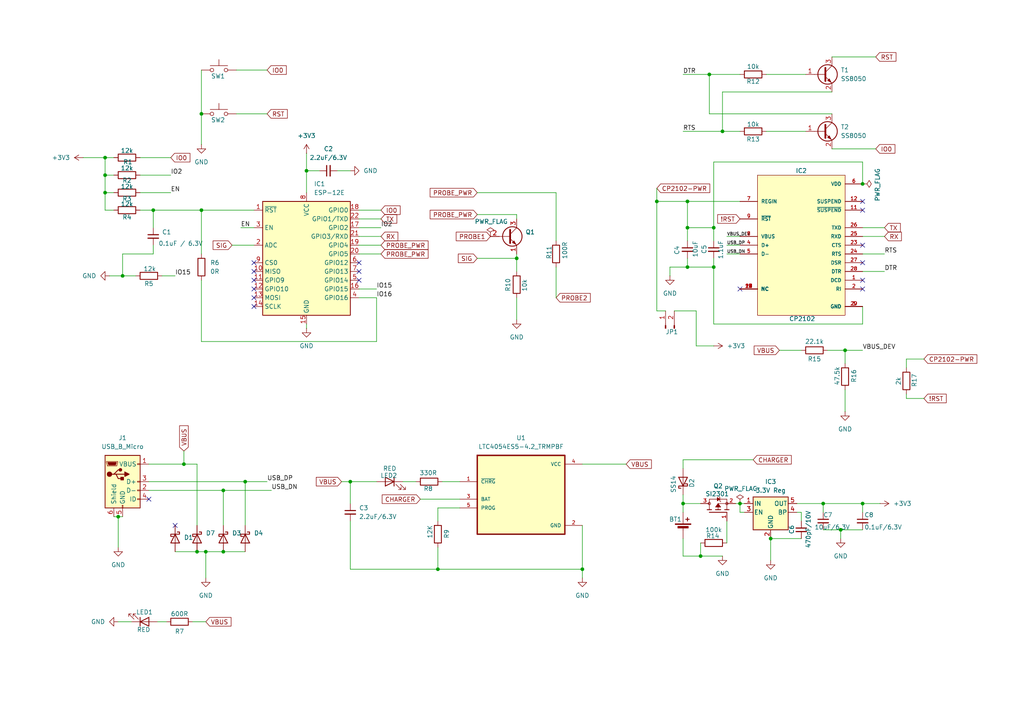
<source format=kicad_sch>
(kicad_sch (version 20250114) (generator "eeschema") (generator_version "9.0")
  (paper "A4")
  (lib_symbols
    (symbol "CP2102:CP2102" (pin_names (offset 1.016))
      (property "Reference" "U" (at -12.7 21.082 0))
      (property "Value" "CP2102" (at -12.7 -22.86 0))
      (symbol "CP2102_0_0"
        (pin input line (at -17.78 12.7 0) (length 5.08) (name "REGIN") (number "7"))
        (pin bidirectional line (at -17.78 7.62 0) (length 5.08) (name "~{RST}") (number "9"))
        (pin input line (at -17.78 2.54 0) (length 5.08) (name "VBUS") (number "8"))
        (pin bidirectional line (at -17.78 0 0) (length 5.08) (name "D+") (number "4"))
        (pin bidirectional line (at -17.78 -2.54 0) (length 5.08) (name "D-") (number "5"))
        (pin passive line (at -17.78 -12.7 0) (length 5.08) (name "NC") (number "10"))
        (pin passive line (at -17.78 -12.7 0) (length 5.08) (name "NC") (number "13"))
        (pin passive line (at -17.78 -12.7 0) (length 5.08) (name "NC") (number "14"))
        (pin passive line (at -17.78 -12.7 0) (length 5.08) (name "NC") (number "15"))
        (pin passive line (at -17.78 -12.7 0) (length 5.08) (name "NC") (number "16"))
        (pin passive line (at -17.78 -12.7 0) (length 5.08) (name "NC") (number "17"))
        (pin passive line (at -17.78 -12.7 0) (length 5.08) (name "NC") (number "18"))
        (pin passive line (at -17.78 -12.7 0) (length 5.08) (name "NC") (number "19"))
        (pin passive line (at -17.78 -12.7 0) (length 5.08) (name "NC") (number "20"))
        (pin passive line (at -17.78 -12.7 0) (length 5.08) (name "NC") (number "21"))
        (pin passive line (at -17.78 -12.7 0) (length 5.08) (name "NC") (number "22"))
        (pin power_in line (at 17.78 17.78 180) (length 5.08) (name "VDD") (number "6"))
        (pin output line (at 17.78 12.7 180) (length 5.08) (name "SUSPEND") (number "12"))
        (pin output line (at 17.78 10.16 180) (length 5.08) (name "~{SUSPEND}") (number "11"))
        (pin output line (at 17.78 5.08 180) (length 5.08) (name "TXD") (number "26"))
        (pin input line (at 17.78 2.54 180) (length 5.08) (name "RXD") (number "25"))
        (pin input line (at 17.78 0 180) (length 5.08) (name "CTS") (number "23"))
        (pin output line (at 17.78 -2.54 180) (length 5.08) (name "RTS") (number "24"))
        (pin input line (at 17.78 -5.08 180) (length 5.08) (name "DSR") (number "27"))
        (pin output line (at 17.78 -7.62 180) (length 5.08) (name "DTR") (number "28"))
        (pin input line (at 17.78 -10.16 180) (length 5.08) (name "DCD") (number "1"))
        (pin input line (at 17.78 -12.7 180) (length 5.08) (name "RI") (number "2"))
        (pin power_in line (at 17.78 -17.78 180) (length 5.08) (name "GND") (number "29"))
        (pin power_in line (at 17.78 -17.78 180) (length 5.08) (name "GND") (number "3"))
      )
    )
    (symbol "Connector:Conn_01x02_Pin" (pin_names (offset 1.016) (hide yes))
      (property "Reference" "J" (at 0 2.54 0))
      (property "Value" "Conn_01x02_Pin" (at 0 -5.08 0))
      (symbol "Conn_01x02_Pin_1_1"
        (pin passive line (at 5.08 0 180) (length 3.81) (name "Pin_1") (number "1"))
        (pin passive line (at 5.08 -2.54 180) (length 3.81) (name "Pin_2") (number "2"))
      )
    )
    (symbol "Connector:USB_B_Micro" (pin_names (offset 1.016))
      (property "Reference" "J" (at -5.08 11.43 0))
      (property "Value" "USB_B_Micro" (at -5.08 8.89 0))
      (symbol "USB_B_Micro_1_1"
        (pin passive line (at -2.54 -10.16 90) (length 2.54) (name "Shield") (number "6"))
        (pin power_out line (at 0 -10.16 90) (length 2.54) (name "GND") (number "5"))
        (pin power_out line (at 7.62 5.08 180) (length 2.54) (name "VBUS") (number "1"))
        (pin bidirectional line (at 7.62 0 180) (length 2.54) (name "D+") (number "3"))
        (pin bidirectional line (at 7.62 -2.54 180) (length 2.54) (name "D-") (number "2"))
        (pin passive line (at 7.62 -5.08 180) (length 2.54) (name "ID") (number "4"))
      )
    )
    (symbol "Device:Battery_Cell" (pin_numbers (hide yes)) (pin_names (offset 0) (hide yes))
      (property "Reference" "BT" (at 2.54 2.54 0))
      (property "Value" "Battery_Cell" (at 2.54 0 0))
      (symbol "Battery_Cell_1_1"
        (pin passive line (at 0 5.08 270) (length 2.54) (name "+") (number "1"))
        (pin passive line (at 0 -2.54 90) (length 2.54) (name "-") (number "2"))
      )
    )
    (symbol "Device:C_Small" (pin_numbers (hide yes)) (pin_names (offset 0.254) (hide yes))
      (property "Reference" "C" (at 0.254 1.778 0))
      (property "Value" "C_Small" (at 0.254 -2.032 0))
      (symbol "C_Small_1_1"
        (pin passive line (at 0 2.54 270) (length 2.032) (name "~") (number "1"))
        (pin passive line (at 0 -2.54 90) (length 2.032) (name "~") (number "2"))
      )
    )
    (symbol "Device:LED" (pin_numbers (hide yes)) (pin_names (offset 1.016) (hide yes))
      (property "Reference" "D" (at 0 2.54 0))
      (property "Value" "LED" (at 0 -2.54 0))
      (symbol "LED_1_1"
        (pin passive line (at -3.81 0 0) (length 2.54) (name "K") (number "1"))
        (pin passive line (at 3.81 0 180) (length 2.54) (name "A") (number "2"))
      )
    )
    (symbol "Device:R" (pin_numbers (hide yes)) (pin_names (offset 0))
      (property "Reference" "R" (at 2.032 0 90))
      (property "Value" "R" (at 0 0 90))
      (symbol "R_1_1"
        (pin passive line (at 0 3.81 270) (length 1.27) (name "~") (number "1"))
        (pin passive line (at 0 -3.81 90) (length 1.27) (name "~") (number "2"))
      )
    )
    (symbol "Diode:SB120" (pin_numbers (hide yes)) (pin_names (offset 1.016) (hide yes))
      (property "Reference" "D" (at 0 2.54 0))
      (property "Value" "SB120" (at 0 -2.54 0))
      (symbol "SB120_1_1"
        (pin passive line (at -3.81 0 0) (length 2.54) (name "K") (number "1"))
        (pin passive line (at 3.81 0 180) (length 2.54) (name "A") (number "2"))
      )
    )
    (symbol "Diode:SS14" (pin_numbers (hide yes)) (pin_names (offset 1.016) (hide yes))
      (property "Reference" "D" (at 0 2.54 0))
      (property "Value" "SS14" (at 0 -2.54 0))
      (symbol "SS14_1_1"
        (pin passive line (at -3.81 0 0) (length 2.54) (name "K") (number "1"))
        (pin passive line (at 3.81 0 180) (length 2.54) (name "A") (number "2"))
      )
    )
    (symbol "LTC4054ES5-4.2_TRMPBF:LTC4054ES5-4.2_TRMPBF" (pin_names (offset 1.016))
      (property "Reference" "U" (at -12.7 11.16 0))
      (property "Value" "LTC4054ES5-4.2_TRMPBF" (at -12.7 -16.7 0))
      (symbol "LTC4054ES5-4.2_TRMPBF_0_0"
        (pin input line (at -17.78 2.54 0) (length 5.08) (name "~{CHRG}") (number "1"))
        (pin bidirectional line (at -17.78 -2.54 0) (length 5.08) (name "BAT") (number "3"))
        (pin bidirectional line (at -17.78 -5.08 0) (length 5.08) (name "PROG") (number "5"))
        (pin power_in line (at 17.78 7.62 180) (length 5.08) (name "VCC") (number "4"))
        (pin power_in line (at 17.78 -10.16 180) (length 5.08) (name "GND") (number "2"))
      )
    )
    (symbol "RF_Module:ESP-12E"
      (property "Reference" "U" (at -12.7 19.05 0))
      (property "Value" "ESP-12E" (at 12.7 19.05 0))
      (symbol "ESP-12E_1_1"
        (pin input line (at -15.24 15.24 0) (length 2.54) (name "~{RST}") (number "1"))
        (pin input line (at -15.24 10.16 0) (length 2.54) (name "EN") (number "3"))
        (pin input line (at -15.24 5.08 0) (length 2.54) (name "ADC") (number "2"))
        (pin input line (at -15.24 0 0) (length 2.54) (name "CS0") (number "9"))
        (pin bidirectional line (at -15.24 -2.54 0) (length 2.54) (name "MISO") (number "10"))
        (pin bidirectional line (at -15.24 -5.08 0) (length 2.54) (name "GPIO9") (number "11"))
        (pin bidirectional line (at -15.24 -7.62 0) (length 2.54) (name "GPIO10") (number "12"))
        (pin bidirectional line (at -15.24 -10.16 0) (length 2.54) (name "MOSI") (number "13"))
        (pin bidirectional line (at -15.24 -12.7 0) (length 2.54) (name "SCLK") (number "14"))
        (pin power_in line (at 0 20.32 270) (length 2.54) (name "VCC") (number "8"))
        (pin power_in line (at 0 -17.78 90) (length 2.54) (name "GND") (number "15"))
        (pin bidirectional line (at 15.24 15.24 180) (length 2.54) (name "GPIO0") (number "18"))
        (pin bidirectional line (at 15.24 12.7 180) (length 2.54) (name "GPIO1/TXD") (number "22"))
        (pin bidirectional line (at 15.24 10.16 180) (length 2.54) (name "GPIO2") (number "17"))
        (pin bidirectional line (at 15.24 7.62 180) (length 2.54) (name "GPIO3/RXD") (number "21"))
        (pin bidirectional line (at 15.24 5.08 180) (length 2.54) (name "GPIO4") (number "19"))
        (pin bidirectional line (at 15.24 2.54 180) (length 2.54) (name "GPIO5") (number "20"))
        (pin bidirectional line (at 15.24 0 180) (length 2.54) (name "GPIO12") (number "6"))
        (pin bidirectional line (at 15.24 -2.54 180) (length 2.54) (name "GPIO13") (number "7"))
        (pin bidirectional line (at 15.24 -5.08 180) (length 2.54) (name "GPIO14") (number "5"))
        (pin bidirectional line (at 15.24 -7.62 180) (length 2.54) (name "GPIO15") (number "16"))
        (pin bidirectional line (at 15.24 -10.16 180) (length 2.54) (name "GPIO16") (number "4"))
      )
    )
    (symbol "Regulator_Linear:MIC5219-3.3YM5" (pin_names (offset 0.254))
      (property "Reference" "U" (at -3.81 5.715 0))
      (property "Value" "MIC5219-3.3YM5" (at 0 5.715 0))
      (symbol "MIC5219-3.3YM5_1_1"
        (pin power_in line (at -7.62 2.54 0) (length 2.54) (name "IN") (number "1"))
        (pin input line (at -7.62 0 0) (length 2.54) (name "EN") (number "3"))
        (pin power_in line (at 0 -7.62 90) (length 2.54) (name "GND") (number "2"))
        (pin power_out line (at 7.62 2.54 180) (length 2.54) (name "OUT") (number "5"))
        (pin input line (at 7.62 0 180) (length 2.54) (name "BP") (number "4"))
      )
    )
    (symbol "SI2301:SI2301" (pin_names (offset 1.016))
      (property "Reference" "T" (at -11.43 -1.27 0))
      (property "Value" "SI2301" (at -11.43 -3.81 0))
      (symbol "SI2301_0_0"
        (pin passive line (at -2.54 2.54 0) (length 2.54) (name "~") (number "1"))
        (pin passive line (at 2.54 5.08 270) (length 2.54) (name "~") (number "2"))
        (pin passive line (at 2.54 -5.08 90) (length 2.54) (name "~") (number "3"))
      )
    )
    (symbol "Switch:SW_Push" (pin_numbers (hide yes)) (pin_names (offset 1.016) (hide yes))
      (property "Reference" "SW" (at 1.27 2.54 0))
      (property "Value" "SW_Push" (at 0 -1.524 0))
      (symbol "SW_Push_0_1"
        (pin passive line (at -5.08 0 0) (length 2.54) (name "1") (number "1"))
        (pin passive line (at 5.08 0 180) (length 2.54) (name "2") (number "2"))
      )
    )
    (symbol "Transistor_BJT:2N3904" (pin_names (offset 0) (hide yes))
      (property "Reference" "Q" (at 5.08 1.905 0))
      (property "Value" "2N3904" (at 5.08 0 0))
      (symbol "2N3904_1_1"
        (pin input line (at -5.08 0 0) (length 2.54) (name "B") (number "2"))
        (pin passive line (at 2.54 5.08 270) (length 2.54) (name "C") (number "3"))
        (pin passive line (at 2.54 -5.08 90) (length 2.54) (name "E") (number "1"))
      )
    )
    (symbol "Transistor_BJT:SS8050" (pin_names (offset 0) (hide yes))
      (property "Reference" "Q" (at 5.08 1.905 0))
      (property "Value" "SS8050" (at 5.08 0 0))
      (symbol "SS8050_1_1"
        (pin input line (at -5.08 0 0) (length 2.54) (name "B") (number "1"))
        (pin passive line (at 2.54 5.08 270) (length 2.54) (name "C") (number "3"))
        (pin passive line (at 2.54 -5.08 90) (length 2.54) (name "E") (number "2"))
      )
    )
    (symbol "power:+3V3" (power) (pin_numbers (hide yes)) (pin_names (offset 0) (hide yes))
      (property "Value" "+3V3" (at 0 3.556 0))
      (symbol "+3V3_1_1"
        (pin power_in line (at 0 0 90) (length 0) (name "~") (number "1"))
      )
    )
    (symbol "power:GND" (power) (pin_numbers (hide yes)) (pin_names (offset 0) (hide yes))
      (property "Value" "GND" (at 0 -3.81 0))
      (symbol "GND_1_1"
        (pin power_in line (at 0 0 270) (length 0) (name "~") (number "1"))
      )
    )
    (symbol "power:PWR_FLAG" (power) (pin_numbers (hide yes)) (pin_names (offset 0) (hide yes))
      (property "Value" "PWR_FLAG" (at 0 3.81 0))
      (symbol "PWR_FLAG_0_0"
        (pin power_out line (at 0 0 90) (length 0) (name "~") (number "1"))
      )
    )
  )
  (junction (at 250.19 53.34))
  (junction (at 57.15 160.02))
  (junction (at 34.29 149.86))
  (junction (at 58.42 33.02))
  (junction (at 35.56 80.01))
  (junction (at 223.52 156.21))
  (junction (at 207.01 77.47))
  (junction (at 199.39 77.47))
  (junction (at 205.74 21.59))
  (junction (at 30.48 45.72))
  (junction (at 44.45 60.96))
  (junction (at 71.12 139.7))
  (junction (at 198.12 146.05))
  (junction (at 238.76 146.05))
  (junction (at 190.5 58.42))
  (junction (at 88.9 49.53))
  (junction (at 209.55 38.1))
  (junction (at 199.39 58.42))
  (junction (at 168.91 165.1))
  (junction (at 30.48 50.8))
  (junction (at 64.77 160.02))
  (junction (at 250.19 146.05))
  (junction (at 149.86 74.93))
  (junction (at 101.6 139.7))
  (junction (at 59.69 160.02))
  (junction (at 64.77 142.24))
  (junction (at 53.34 134.62))
  (junction (at 214.63 146.05))
  (junction (at 30.48 55.88))
  (junction (at 245.11 101.6))
  (junction (at 207.01 66.04))
  (junction (at 203.2 161.29))
  (junction (at 243.84 153.67))
  (junction (at 199.39 66.04))
  (junction (at 127 165.1))
  (junction (at 58.42 60.96))
  (no_connect (at 250.19 58.42))
  (no_connect (at 73.66 88.9))
  (no_connect (at 104.14 76.2))
  (no_connect (at 250.19 81.28))
  (no_connect (at 73.66 86.36))
  (no_connect (at 50.8 152.4))
  (no_connect (at 104.14 81.28))
  (no_connect (at 73.66 76.2))
  (no_connect (at 73.66 78.74))
  (no_connect (at 250.19 76.2))
  (no_connect (at 43.18 144.78))
  (no_connect (at 214.63 83.82))
  (no_connect (at 250.19 71.12))
  (no_connect (at 73.66 81.28))
  (no_connect (at 73.66 83.82))
  (no_connect (at 250.19 60.96))
  (no_connect (at 250.19 83.82))
  (no_connect (at 104.14 78.74))
  (wire (pts (xy 33.02 149.86) (xy 34.29 149.86)))
  (wire (pts (xy 262.89 106.68) (xy 262.89 104.14)))
  (wire (pts (xy 88.9 93.98) (xy 88.9 95.25)))
  (wire (pts (xy 35.56 73.66) (xy 35.56 80.01)))
  (wire (pts (xy 250.19 78.74) (xy 256.54 78.74)))
  (wire (pts (xy 214.63 146.05) (xy 215.9 146.05)))
  (wire (pts (xy 40.64 50.8) (xy 49.53 50.8)))
  (wire (pts (xy 110.49 60.96) (xy 104.14 60.96)))
  (wire (pts (xy 210.82 73.66) (xy 214.63 73.66)))
  (wire (pts (xy 133.35 147.32) (xy 127 147.32)))
  (wire (pts (xy 104.14 63.5) (xy 110.49 63.5)))
  (wire (pts (xy 104.14 68.58) (xy 110.49 68.58)))
  (wire (pts (xy 71.12 139.7) (xy 77.47 139.7)))
  (wire (pts (xy 203.2 161.29) (xy 209.55 161.29)))
  (wire (pts (xy 199.39 77.47) (xy 207.01 77.47)))
  (wire (pts (xy 207.01 66.04) (xy 207.01 69.85)))
  (wire (pts (xy 209.55 38.1) (xy 209.55 26.67)))
  (wire (pts (xy 109.22 86.36) (xy 109.22 99.06)))
  (wire (pts (xy 35.56 80.01) (xy 39.37 80.01)))
  (wire (pts (xy 58.42 33.02) (xy 58.42 41.91)))
  (wire (pts (xy 30.48 50.8) (xy 33.02 50.8)))
  (wire (pts (xy 231.14 148.59) (xy 232.41 148.59)))
  (wire (pts (xy 222.25 21.59) (xy 233.68 21.59)))
  (wire (pts (xy 138.43 55.88) (xy 161.29 55.88)))
  (wire (pts (xy 241.3 43.18) (xy 254 43.18)))
  (wire (pts (xy 101.6 165.1) (xy 127 165.1)))
  (wire (pts (xy 199.39 74.93) (xy 199.39 77.47)))
  (wire (pts (xy 198.12 38.1) (xy 209.55 38.1)))
  (wire (pts (xy 109.22 99.06) (xy 58.42 99.06)))
  (wire (pts (xy 245.11 101.6) (xy 245.11 105.41)))
  (wire (pts (xy 45.72 180.34) (xy 48.26 180.34)))
  (wire (pts (xy 203.2 161.29) (xy 198.12 161.29)))
  (wire (pts (xy 245.11 113.03) (xy 245.11 119.38)))
  (wire (pts (xy 207.01 93.98) (xy 207.01 77.47)))
  (wire (pts (xy 201.93 100.33) (xy 207.01 100.33)))
  (wire (pts (xy 104.14 71.12) (xy 110.49 71.12)))
  (wire (pts (xy 231.14 146.05) (xy 238.76 146.05)))
  (wire (pts (xy 55.88 180.34) (xy 59.69 180.34)))
  (wire (pts (xy 199.39 58.42) (xy 214.63 58.42)))
  (wire (pts (xy 58.42 60.96) (xy 58.42 73.66)))
  (wire (pts (xy 210.82 68.58) (xy 214.63 68.58)))
  (wire (pts (xy 104.14 86.36) (xy 109.22 86.36)))
  (wire (pts (xy 262.89 104.14) (xy 267.97 104.14)))
  (wire (pts (xy 88.9 49.53) (xy 88.9 55.88)))
  (wire (pts (xy 57.15 134.62) (xy 57.15 152.4)))
  (wire (pts (xy 199.39 66.04) (xy 199.39 69.85)))
  (wire (pts (xy 57.15 160.02) (xy 59.69 160.02)))
  (wire (pts (xy 210.82 151.13) (xy 210.82 157.48)))
  (wire (pts (xy 223.52 156.21) (xy 223.52 162.56)))
  (wire (pts (xy 59.69 160.02) (xy 59.69 167.64)))
  (wire (pts (xy 267.97 115.57) (xy 262.89 115.57)))
  (wire (pts (xy 194.31 77.47) (xy 194.31 80.01)))
  (wire (pts (xy 40.64 55.88) (xy 49.53 55.88)))
  (wire (pts (xy 121.92 144.78) (xy 133.35 144.78)))
  (wire (pts (xy 250.19 146.05) (xy 255.27 146.05)))
  (wire (pts (xy 104.14 73.66) (xy 110.49 73.66)))
  (wire (pts (xy 250.19 53.34) (xy 250.19 46.99)))
  (wire (pts (xy 127 165.1) (xy 127 158.75)))
  (wire (pts (xy 149.86 74.93) (xy 149.86 73.66)))
  (wire (pts (xy 33.02 60.96) (xy 30.48 60.96)))
  (wire (pts (xy 201.93 90.17) (xy 201.93 100.33)))
  (wire (pts (xy 226.06 101.6) (xy 232.41 101.6)))
  (wire (pts (xy 43.18 142.24) (xy 64.77 142.24)))
  (wire (pts (xy 245.11 101.6) (xy 250.19 101.6)))
  (wire (pts (xy 168.91 165.1) (xy 168.91 167.64)))
  (wire (pts (xy 161.29 77.47) (xy 161.29 86.36)))
  (wire (pts (xy 149.86 86.36) (xy 149.86 92.71)))
  (wire (pts (xy 101.6 151.13) (xy 101.6 165.1)))
  (wire (pts (xy 30.48 45.72) (xy 30.48 50.8)))
  (wire (pts (xy 30.48 55.88) (xy 33.02 55.88)))
  (wire (pts (xy 50.8 160.02) (xy 57.15 160.02)))
  (wire (pts (xy 198.12 146.05) (xy 198.12 148.59)))
  (wire (pts (xy 203.2 157.48) (xy 203.2 161.29)))
  (wire (pts (xy 250.19 66.04) (xy 256.54 66.04)))
  (wire (pts (xy 190.5 54.61) (xy 190.5 58.42)))
  (wire (pts (xy 243.84 153.67) (xy 250.19 153.67)))
  (wire (pts (xy 24.13 45.72) (xy 30.48 45.72)))
  (wire (pts (xy 198.12 143.51) (xy 198.12 146.05)))
  (wire (pts (xy 222.25 38.1) (xy 233.68 38.1)))
  (wire (pts (xy 44.45 60.96) (xy 44.45 66.04)))
  (wire (pts (xy 168.91 152.4) (xy 168.91 165.1)))
  (wire (pts (xy 67.31 71.12) (xy 73.66 71.12)))
  (wire (pts (xy 104.14 83.82) (xy 109.22 83.82)))
  (wire (pts (xy 209.55 38.1) (xy 214.63 38.1)))
  (wire (pts (xy 241.3 16.51) (xy 254 16.51)))
  (wire (pts (xy 127 147.32) (xy 127 151.13)))
  (wire (pts (xy 88.9 49.53) (xy 92.71 49.53)))
  (wire (pts (xy 214.63 148.59) (xy 214.63 146.05)))
  (wire (pts (xy 30.48 45.72) (xy 33.02 45.72)))
  (wire (pts (xy 43.18 139.7) (xy 71.12 139.7)))
  (wire (pts (xy 199.39 58.42) (xy 190.5 58.42)))
  (wire (pts (xy 250.19 46.99) (xy 207.01 46.99)))
  (wire (pts (xy 88.9 44.45) (xy 88.9 49.53)))
  (wire (pts (xy 128.27 139.7) (xy 133.35 139.7)))
  (wire (pts (xy 64.77 142.24) (xy 78.74 142.24)))
  (wire (pts (xy 53.34 130.81) (xy 53.34 134.62)))
  (wire (pts (xy 58.42 20.32) (xy 58.42 33.02)))
  (wire (pts (xy 243.84 153.67) (xy 243.84 156.21)))
  (wire (pts (xy 68.58 20.32) (xy 77.47 20.32)))
  (wire (pts (xy 215.9 148.59) (xy 214.63 148.59)))
  (wire (pts (xy 58.42 60.96) (xy 44.45 60.96)))
  (wire (pts (xy 207.01 46.99) (xy 207.01 66.04)))
  (wire (pts (xy 116.84 139.7) (xy 120.65 139.7)))
  (wire (pts (xy 161.29 55.88) (xy 161.29 69.85)))
  (wire (pts (xy 64.77 160.02) (xy 71.12 160.02)))
  (wire (pts (xy 69.85 66.04) (xy 73.66 66.04)))
  (wire (pts (xy 205.74 33.02) (xy 241.3 33.02)))
  (wire (pts (xy 64.77 142.24) (xy 64.77 152.4)))
  (wire (pts (xy 34.29 149.86) (xy 34.29 158.75)))
  (wire (pts (xy 238.76 146.05) (xy 250.19 146.05)))
  (wire (pts (xy 232.41 148.59) (xy 232.41 151.13)))
  (wire (pts (xy 99.06 139.7) (xy 101.6 139.7)))
  (wire (pts (xy 198.12 133.35) (xy 198.12 135.89)))
  (wire (pts (xy 250.19 68.58) (xy 256.54 68.58)))
  (wire (pts (xy 250.19 93.98) (xy 207.01 93.98)))
  (wire (pts (xy 34.29 180.34) (xy 38.1 180.34)))
  (wire (pts (xy 58.42 81.28) (xy 58.42 99.06)))
  (wire (pts (xy 138.43 74.93) (xy 149.86 74.93)))
  (wire (pts (xy 127 165.1) (xy 168.91 165.1)))
  (wire (pts (xy 58.42 60.96) (xy 73.66 60.96)))
  (wire (pts (xy 198.12 161.29) (xy 198.12 156.21)))
  (wire (pts (xy 250.19 88.9) (xy 250.19 93.98)))
  (wire (pts (xy 205.74 21.59) (xy 205.74 33.02)))
  (wire (pts (xy 250.19 73.66) (xy 256.54 73.66)))
  (wire (pts (xy 53.34 134.62) (xy 57.15 134.62)))
  (wire (pts (xy 44.45 73.66) (xy 35.56 73.66)))
  (wire (pts (xy 101.6 139.7) (xy 101.6 146.05)))
  (wire (pts (xy 138.43 62.23) (xy 149.86 62.23)))
  (wire (pts (xy 238.76 153.67) (xy 243.84 153.67)))
  (wire (pts (xy 30.48 55.88) (xy 30.48 60.96)))
  (wire (pts (xy 210.82 71.12) (xy 214.63 71.12)))
  (wire (pts (xy 44.45 71.12) (xy 44.45 73.66)))
  (wire (pts (xy 199.39 66.04) (xy 207.01 66.04)))
  (wire (pts (xy 213.36 146.05) (xy 214.63 146.05)))
  (wire (pts (xy 59.69 160.02) (xy 64.77 160.02)))
  (wire (pts (xy 30.48 50.8) (xy 30.48 55.88)))
  (wire (pts (xy 250.19 146.05) (xy 250.19 148.59)))
  (wire (pts (xy 199.39 77.47) (xy 194.31 77.47)))
  (wire (pts (xy 40.64 45.72) (xy 49.53 45.72)))
  (wire (pts (xy 149.86 62.23) (xy 149.86 63.5)))
  (wire (pts (xy 44.45 60.96) (xy 40.64 60.96)))
  (wire (pts (xy 209.55 26.67) (xy 241.3 26.67)))
  (wire (pts (xy 68.58 33.02) (xy 77.47 33.02)))
  (wire (pts (xy 190.5 90.17) (xy 193.04 90.17)))
  (wire (pts (xy 34.29 149.86) (xy 35.56 149.86)))
  (wire (pts (xy 199.39 58.42) (xy 199.39 66.04)))
  (wire (pts (xy 205.74 21.59) (xy 214.63 21.59)))
  (wire (pts (xy 43.18 134.62) (xy 53.34 134.62)))
  (wire (pts (xy 110.49 66.04) (xy 104.14 66.04)))
  (wire (pts (xy 190.5 58.42) (xy 190.5 90.17)))
  (wire (pts (xy 240.03 101.6) (xy 245.11 101.6)))
  (wire (pts (xy 71.12 139.7) (xy 71.12 152.4)))
  (wire (pts (xy 223.52 156.21) (xy 232.41 156.21)))
  (wire (pts (xy 101.6 139.7) (xy 109.22 139.7)))
  (wire (pts (xy 218.44 133.35) (xy 198.12 133.35)))
  (wire (pts (xy 149.86 74.93) (xy 149.86 78.74)))
  (wire (pts (xy 262.89 115.57) (xy 262.89 114.3)))
  (wire (pts (xy 207.01 77.47) (xy 207.01 74.93)))
  (wire (pts (xy 97.79 49.53) (xy 101.6 49.53)))
  (wire (pts (xy 238.76 146.05) (xy 238.76 148.59)))
  (wire (pts (xy 198.12 146.05) (xy 203.2 146.05)))
  (wire (pts (xy 46.99 80.01) (xy 50.8 80.01)))
  (wire (pts (xy 198.12 21.59) (xy 205.74 21.59)))
  (wire (pts (xy 168.91 134.62) (xy 181.61 134.62)))
  (wire (pts (xy 195.58 90.17) (xy 201.93 90.17)))
  (wire (pts (xy 31.75 80.01) (xy 35.56 80.01)))
  (label "VBUS_DEV" (at 210.82 68.58 0) (effects (font (size 0.889 0.889))))
  (label "EN" (at 69.85 66.04 0))
  (label "IO15" (at 109.22 83.82 0))
  (label "DTR" (at 256.54 78.74 0))
  (label "USB_DP" (at 77.47 139.7 0))
  (label "USB_DN" (at 78.74 142.24 0))
  (label "EN" (at 49.53 55.88 0))
  (label "IO2" (at 110.49 66.04 0))
  (label "IO16" (at 109.22 86.36 0))
  (label "RTS" (at 198.12 38.1 0))
  (label "USB_DP" (at 210.82 71.12 0) (effects (font (size 0.889 0.889))))
  (label "VBUS_DEV" (at 250.19 101.6 0))
  (label "IO15" (at 50.8 80.01 0))
  (label "RTS" (at 256.54 73.66 0))
  (label "IO2" (at 49.53 50.8 0))
  (label "DTR" (at 198.12 21.59 0))
  (label "USB_DN" (at 210.82 73.66 0) (effects (font (size 0.889 0.889))))
  (global_label "VBUS" (shape input) (at 59.69 180.34 0) (property "Intersheetrefs" "${INTERSHEET_REFS}" (effects (hide yes))))
  (global_label "TX" (shape input) (at 110.49 63.5 0) (property "Intersheetrefs" "${INTERSHEET_REFS}" (effects (hide yes))))
  (global_label "CHARGER" (shape input) (at 218.44 133.35 0) (property "Intersheetrefs" "${INTERSHEET_REFS}" (effects (hide yes))))
  (global_label "PROBE2" (shape input) (at 161.29 86.36 0) (property "Intersheetrefs" "${INTERSHEET_REFS}" (effects (hide yes))))
  (global_label "VBUS" (shape input) (at 226.06 101.6 180) (property "Intersheetrefs" "${INTERSHEET_REFS}" (effects (hide yes))))
  (global_label "!RST" (shape input) (at 267.97 115.57 0) (property "Intersheetrefs" "${INTERSHEET_REFS}" (effects (hide yes))))
  (global_label "RST" (shape input) (at 77.47 33.02 0) (property "Intersheetrefs" "${INTERSHEET_REFS}" (effects (hide yes))))
  (global_label "IO0" (shape input) (at 254 43.18 0) (property "Intersheetrefs" "${INTERSHEET_REFS}" (effects (hide yes))))
  (global_label "!RST" (shape input) (at 214.63 63.5 180) (property "Intersheetrefs" "${INTERSHEET_REFS}" (effects (hide yes))))
  (global_label "VBUS" (shape input) (at 99.06 139.7 180) (property "Intersheetrefs" "${INTERSHEET_REFS}" (effects (hide yes))))
  (global_label "PROBE_PWR" (shape input) (at 138.43 55.88 180) (property "Intersheetrefs" "${INTERSHEET_REFS}" (effects (hide yes))))
  (global_label "SIG" (shape input) (at 138.43 74.93 180) (property "Intersheetrefs" "${INTERSHEET_REFS}" (effects (hide yes))))
  (global_label "IO0" (shape input) (at 110.49 60.96 0) (property "Intersheetrefs" "${INTERSHEET_REFS}" (effects (hide yes))))
  (global_label "CP2102-PWR" (shape input) (at 190.5 54.61 0) (property "Intersheetrefs" "${INTERSHEET_REFS}" (effects (hide yes))))
  (global_label "RX" (shape input) (at 256.54 68.58 0) (property "Intersheetrefs" "${INTERSHEET_REFS}" (effects (hide yes))))
  (global_label "IO0" (shape input) (at 77.47 20.32 0) (property "Intersheetrefs" "${INTERSHEET_REFS}" (effects (hide yes))))
  (global_label "VBUS" (shape input) (at 181.61 134.62 0) (property "Intersheetrefs" "${INTERSHEET_REFS}" (effects (hide yes))))
  (global_label "VBUS" (shape input) (at 53.34 130.81 90) (property "Intersheetrefs" "${INTERSHEET_REFS}" (effects (hide yes))))
  (global_label "PROBE1" (shape input) (at 142.24 68.58 180) (property "Intersheetrefs" "${INTERSHEET_REFS}" (effects (hide yes))))
  (global_label "RX" (shape input) (at 110.49 68.58 0) (property "Intersheetrefs" "${INTERSHEET_REFS}" (effects (hide yes))))
  (global_label "IO0" (shape input) (at 49.53 45.72 0) (property "Intersheetrefs" "${INTERSHEET_REFS}" (effects (hide yes))))
  (global_label "CP2102-PWR" (shape input) (at 267.97 104.14 0) (property "Intersheetrefs" "${INTERSHEET_REFS}" (effects (hide yes))))
  (global_label "SIG" (shape input) (at 67.31 71.12 180) (property "Intersheetrefs" "${INTERSHEET_REFS}" (effects (hide yes))))
  (global_label "PROBE_PWR" (shape input) (at 110.49 71.12 0) (property "Intersheetrefs" "${INTERSHEET_REFS}" (effects (hide yes))))
  (global_label "PROBE_PWR" (shape input) (at 138.43 62.23 180) (property "Intersheetrefs" "${INTERSHEET_REFS}" (effects (hide yes))))
  (global_label "PROBE_PWR" (shape input) (at 110.49 73.66 0) (property "Intersheetrefs" "${INTERSHEET_REFS}" (effects (hide yes))))
  (global_label "CHARGER" (shape input) (at 121.92 144.78 180) (property "Intersheetrefs" "${INTERSHEET_REFS}" (effects (hide yes))))
  (global_label "RST" (shape input) (at 254 16.51 0) (property "Intersheetrefs" "${INTERSHEET_REFS}" (effects (hide yes))))
  (global_label "TX" (shape input) (at 256.54 66.04 0) (property "Intersheetrefs" "${INTERSHEET_REFS}" (effects (hide yes))))
  (symbol (lib_id "Diode:SB120") (at 64.77 156.21 270) (unit 1)
    (property "Reference" "D3" (at 67.31 154.6224 90) (effects (justify left)))
    (property "Value" "SB120" (effects (hide yes)))
    (property "Footprint" "Diode_SMD:D_SOD-123F" (effects (hide yes)))
    (property "Datasheet" "http://www.diodes.com/_files/datasheets/ds23022.pdf" (effects (hide yes)))
    (property "Description" "20V 1A Schottky Barrier Rectifier Diode, DO-41" (effects (hide yes)))
  )
  (symbol (lib_id "Device:R") (at 218.44 21.59 270) (unit 1)
    (property "Reference" "R12" (at 218.44 23.622 90))
    (property "Value" "10k" (at 218.44 19.304 90))
    (property "Footprint" "Resistor_SMD:R_0805_2012Metric_Pad1.20x1.40mm_HandSolder" (effects (hide yes)))
    (property "Description" "Resistor" (effects (hide yes)))
  )
  (symbol (lib_id "Device:Battery_Cell") (at 198.12 153.67 0) (unit 1)
    (property "Reference" "BT1" (at 194.056 150.622 0) (effects (justify left)))
    (property "Value" "Battery_Cell" (effects (hide yes)))
    (property "Footprint" "Battery:BatteryHolder_Keystone_2460_1xAA" (effects (hide yes)))
    (property "Description" "Single-cell battery" (effects (hide yes)))
  )
  (symbol (lib_id "Switch:SW_Push") (at 63.5 20.32 0) (unit 1)
    (property "Reference" "SW1" (at 63.246 22.098 0))
    (property "Value" "SW_Push" (effects (hide yes)))
    (property "Footprint" "Button_Switch_SMD:SW_Push_1TS009xxxx-xxxx-xxxx_6x6x5mm" (effects (hide yes)))
    (property "Description" "Push button switch, generic, two pins" (effects (hide yes)))
  )
  (symbol (lib_id "power:GND") (at 243.84 156.21 0) (unit 1)
    (property "Reference" "#PWR017" (effects (hide yes)))
    (property "Value" "GND" (at 243.84 161.29 0))
    (property "Description" "Power symbol creates a global label with name \"GND\" , ground" (effects (hide yes)))
  )
  (symbol (lib_id "Device:C_Small") (at 207.01 72.39 0) (unit 1)
    (property "Reference" "C5" (at 204.216 73.66 90) (effects (justify left)))
    (property "Value" "1.1uF" (at 209.042 75.184 90) (effects (justify left)))
    (property "Footprint" "Capacitor_Tantalum_SMD:CP_EIA-1608-08_AVX-J" (effects (hide yes)))
    (property "Description" "Unpolarized capacitor, small symbol" (effects (hide yes)))
  )
  (symbol (lib_id "Device:C_Small") (at 101.6 148.59 0) (unit 1)
    (property "Reference" "C3" (at 104.14 147.3262 0) (effects (justify left)))
    (property "Value" "2.2uF/6.3V" (at 104.14 149.8662 0) (effects (justify left)))
    (property "Footprint" "Capacitor_Tantalum_SMD:CP_EIA-1608-08_AVX-J" (effects (hide yes)))
    (property "Description" "Unpolarized capacitor, small symbol" (effects (hide yes)))
  )
  (symbol (lib_id "power:GND") (at 149.86 92.71 0) (unit 1)
    (property "Reference" "#PWR07" (effects (hide yes)))
    (property "Value" "GND" (at 149.86 97.79 0))
    (property "Description" "Power symbol creates a global label with name \"GND\" , ground" (effects (hide yes)))
  )
  (symbol (lib_id "Device:C_Small") (at 95.25 49.53 90) (unit 1)
    (property "Reference" "C2" (at 95.2563 43.18 90))
    (property "Value" "2.2uF/6.3V" (at 95.2563 45.72 90))
    (property "Footprint" "Capacitor_Tantalum_SMD:CP_EIA-1608-08_AVX-J" (effects (hide yes)))
    (property "Description" "Unpolarized capacitor, small symbol" (effects (hide yes)))
  )
  (symbol (lib_id "Device:R") (at 58.42 77.47 0) (unit 1)
    (property "Reference" "R6" (at 60.96 76.1999 0) (effects (justify left)))
    (property "Value" "0R" (at 60.96 78.7399 0) (effects (justify left)))
    (property "Footprint" "Resistor_SMD:R_0805_2012Metric_Pad1.20x1.40mm_HandSolder" (effects (hide yes)))
    (property "Description" "Resistor" (effects (hide yes)))
  )
  (symbol (lib_id "Device:C_Small") (at 199.39 72.39 0) (unit 1)
    (property "Reference" "C4" (at 196.342 73.914 90) (effects (justify left)))
    (property "Value" "10uF" (at 201.676 74.676 90) (effects (justify left)))
    (property "Footprint" "Capacitor_Tantalum_SMD:CP_EIA-1608-08_AVX-J" (effects (hide yes)))
    (property "Description" "Unpolarized capacitor, small symbol" (effects (hide yes)))
  )
  (symbol (lib_id "power:+3V3") (at 207.01 100.33 270) (unit 1)
    (property "Reference" "#PWR013" (effects (hide yes)))
    (property "Value" "+3V3" (at 210.82 100.3299 90) (effects (justify left)))
    (property "Description" "Power symbol creates a global label with name \"+3V3\"" (effects (hide yes)))
  )
  (symbol (lib_id "Switch:SW_Push") (at 63.5 33.02 0) (unit 1)
    (property "Reference" "SW2" (at 63.246 34.798 0))
    (property "Value" "SW_Push" (effects (hide yes)))
    (property "Footprint" "Button_Switch_SMD:SW_Push_1TS009xxxx-xxxx-xxxx_6x6x5mm" (effects (hide yes)))
    (property "Description" "Push button switch, generic, two pins" (effects (hide yes)))
  )
  (symbol (lib_id "Transistor_BJT:SS8050") (at 238.76 21.59 0) (unit 1)
    (property "Reference" "T1" (at 243.84 20.3199 0) (effects (justify left)))
    (property "Value" "SS8050" (at 243.84 22.8599 0) (effects (justify left)))
    (property "Footprint" "Package_TO_SOT_SMD:SOT-23" (effects (hide yes)))
    (property "Datasheet" "http://www.secosgmbh.com/datasheet/products/SSMPTransistor/SOT-23/SS8050.pdf" (effects (hide yes)))
    (property "Description" "General Purpose NPN Transistor, 1.5A Ic, 25V Vce, SOT-23" (effects (hide yes)))
  )
  (symbol (lib_id "power:PWR_FLAG") (at 214.63 146.05 0) (unit 1)
    (property "Reference" "#FLG01" (effects (hide yes)))
    (property "Value" "PWR_FLAG" (at 214.884 141.732 0))
    (property "Description" "Special symbol for telling ERC where power comes from" (effects (hide yes)))
  )
  (symbol (lib_id "Device:C_Small") (at 238.76 151.13 0) (unit 1)
    (property "Reference" "C7" (at 238.76 149.352 0) (effects (justify left)))
    (property "Value" "10uF/6.3V" (at 236.22 152.908 0) (effects (justify left)))
    (property "Footprint" "Capacitor_Tantalum_SMD:CP_EIA-1608-08_AVX-J" (effects (hide yes)))
    (property "Description" "Unpolarized capacitor, small symbol" (effects (hide yes)))
  )
  (symbol (lib_id "Transistor_BJT:2N3904") (at 147.32 68.58 0) (unit 1)
    (property "Reference" "Q1" (at 152.4 67.3099 0) (effects (justify left)))
    (property "Value" "2N3904" (effects (hide yes)))
    (property "Footprint" "Package_TO_SOT_THT:TO-92_Inline" (effects (hide yes)))
    (property "Datasheet" "https://www.onsemi.com/pub/Collateral/2N3903-D.PDF" (effects (hide yes)))
    (property "Description" "0.2A Ic, 40V Vce, Small Signal NPN Transistor, TO-92" (effects (hide yes)))
  )
  (symbol (lib_id "Device:R") (at 52.07 180.34 90) (unit 1)
    (property "Reference" "R7" (at 52.07 183.134 90))
    (property "Value" "600R" (at 52.07 178.054 90))
    (property "Footprint" "Resistor_SMD:R_0805_2012Metric_Pad1.20x1.40mm_HandSolder" (effects (hide yes)))
    (property "Description" "Resistor" (effects (hide yes)))
  )
  (symbol (lib_id "power:GND") (at 34.29 158.75 0) (unit 1)
    (property "Reference" "#PWR08" (effects (hide yes)))
    (property "Value" "GND" (at 34.29 163.83 0))
    (property "Description" "Power symbol creates a global label with name \"GND\" , ground" (effects (hide yes)))
  )
  (symbol (lib_id "Connector:Conn_01x02_Pin") (at 193.04 95.25 90) (unit 1)
    (property "Reference" "JP1" (at 193.04 96.266 90) (effects (justify right)))
    (property "Value" "Conn_01x02_Pin" (effects (hide yes)))
    (property "Footprint" "Connector_PinHeader_2.54mm:PinHeader_1x02_P2.54mm_Vertical_SMD_Pin1Left" (effects (hide yes)))
    (property "Description" "Generic connector, single row, 01x02, script generated" (effects (hide yes)))
  )
  (symbol (lib_id "Device:R") (at 36.83 45.72 90) (unit 1)
    (property "Reference" "R1" (at 37.084 46.99 90))
    (property "Value" "12k" (at 36.83 43.688 90))
    (property "Footprint" "Resistor_SMD:R_0805_2012Metric_Pad1.20x1.40mm_HandSolder" (effects (hide yes)))
    (property "Description" "Resistor" (effects (hide yes)))
  )
  (symbol (lib_id "Regulator_Linear:MIC5219-3.3YM5") (at 223.52 148.59 0) (unit 1)
    (property "Reference" "IC3" (at 223.52 139.7 0))
    (property "Value" "3.3V Reg" (at 223.52 142.24 0))
    (property "Footprint" "Package_TO_SOT_SMD:SOT-23-5" (effects (hide yes)))
    (property "Datasheet" "http://ww1.microchip.com/downloads/en/DeviceDoc/MIC5219-500mA-Peak-Output-LDO-Regulator-DS20006021A.pdf" (effects (hide yes)))
    (property "Description" "500mA low dropout linear regulator, fixed 3.3V output, SOT-23-5" (effects (hide yes)))
  )
  (symbol (lib_id "Diode:SB120") (at 71.12 156.21 270) (unit 1)
    (property "Reference" "D4" (at 73.66 154.6224 90) (effects (justify left)))
    (property "Value" "SB120" (effects (hide yes)))
    (property "Footprint" "Diode_SMD:D_SOD-123F" (effects (hide yes)))
    (property "Datasheet" "http://www.diodes.com/_files/datasheets/ds23022.pdf" (effects (hide yes)))
    (property "Description" "20V 1A Schottky Barrier Rectifier Diode, DO-41" (effects (hide yes)))
  )
  (symbol (lib_id "Device:R") (at 36.83 50.8 90) (unit 1)
    (property "Reference" "R2" (at 36.83 52.324 90))
    (property "Value" "12k" (at 36.83 48.768 90))
    (property "Footprint" "Resistor_SMD:R_0805_2012Metric_Pad1.20x1.40mm_HandSolder" (effects (hide yes)))
    (property "Description" "Resistor" (effects (hide yes)))
  )
  (symbol (lib_id "Device:R") (at 207.01 157.48 270) (unit 1)
    (property "Reference" "R14" (at 206.756 155.448 90))
    (property "Value" "100k" (at 207.01 153.67 90))
    (property "Footprint" "Resistor_SMD:R_0805_2012Metric_Pad1.20x1.40mm_HandSolder" (effects (hide yes)))
    (property "Description" "Resistor" (effects (hide yes)))
  )
  (symbol (lib_id "Device:R") (at 43.18 80.01 90) (unit 1)
    (property "Reference" "R5" (at 43.18 82.296 90))
    (property "Value" "12k" (at 43.434 77.978 90))
    (property "Footprint" "Resistor_SMD:R_0805_2012Metric_Pad1.20x1.40mm_HandSolder" (effects (hide yes)))
    (property "Description" "Resistor" (effects (hide yes)))
  )
  (symbol (lib_id "Diode:SS14") (at 198.12 139.7 90) (unit 1)
    (property "Reference" "D2" (at 200.66 138.7474 0) (effects (justify right)))
    (property "Value" "SS14" (at 195.326 137.922 0) (effects (justify right)))
    (property "Footprint" "Diode_SMD:D_SMA" (effects (hide yes)))
    (property "Datasheet" "https://www.vishay.com/docs/88746/ss12.pdf" (effects (hide yes)))
    (property "Description" "40V 1A Schottky Diode, SMA" (effects (hide yes)))
  )
  (symbol (lib_id "power:+3V3") (at 88.9 44.45 0) (unit 1)
    (property "Reference" "#PWR02" (effects (hide yes)))
    (property "Value" "+3V3" (at 88.9 39.37 0))
    (property "Description" "Power symbol creates a global label with name \"+3V3\"" (effects (hide yes)))
  )
  (symbol (lib_id "power:PWR_FLAG") (at 142.24 68.58 0) (unit 1)
    (property "Reference" "#FLG02" (effects (hide yes)))
    (property "Value" "PWR_FLAG" (at 142.494 64.262 0))
    (property "Description" "Special symbol for telling ERC where power comes from" (effects (hide yes)))
  )
  (symbol (lib_id "power:GND") (at 223.52 162.56 0) (unit 1)
    (property "Reference" "#PWR014" (effects (hide yes)))
    (property "Value" "GND" (at 223.52 167.64 0))
    (property "Description" "Power symbol creates a global label with name \"GND\" , ground" (effects (hide yes)))
  )
  (symbol (lib_id "power:GND") (at 168.91 167.64 0) (unit 1)
    (property "Reference" "#PWR011" (effects (hide yes)))
    (property "Value" "GND" (at 168.91 172.72 0))
    (property "Description" "Power symbol creates a global label with name \"GND\" , ground" (effects (hide yes)))
  )
  (symbol (lib_id "power:GND") (at 245.11 119.38 0) (unit 1)
    (property "Reference" "#PWR018" (effects (hide yes)))
    (property "Value" "GND" (at 245.11 124.46 0))
    (property "Description" "Power symbol creates a global label with name \"GND\" , ground" (effects (hide yes)))
  )
  (symbol (lib_id "Device:R") (at 149.86 82.55 0) (unit 1)
    (property "Reference" "R10" (at 147.32 84.582 90) (effects (justify left)))
    (property "Value" "10k" (at 152.146 84.582 90) (effects (justify left)))
    (property "Footprint" "Resistor_SMD:R_0805_2012Metric_Pad1.20x1.40mm_HandSolder" (effects (hide yes)))
    (property "Description" "Resistor" (effects (hide yes)))
  )
  (symbol (lib_id "power:GND") (at 194.31 80.01 0) (unit 1)
    (property "Reference" "#PWR012" (effects (hide yes)))
    (property "Value" "GND" (at 194.31 85.09 0))
    (property "Description" "Power symbol creates a global label with name \"GND\" , ground" (effects (hide yes)))
  )
  (symbol (lib_id "Device:R") (at 124.46 139.7 90) (unit 1)
    (property "Reference" "R8" (at 124.206 141.732 90))
    (property "Value" "330R" (at 124.206 137.16 90))
    (property "Footprint" "Resistor_SMD:R_0805_2012Metric_Pad1.20x1.40mm_HandSolder" (effects (hide yes)))
    (property "Description" "Resistor" (effects (hide yes)))
  )
  (symbol (lib_id "Device:LED") (at 41.91 180.34 0) (mirror x) (unit 1)
    (property "Reference" "LED1" (at 41.91 177.546 0))
    (property "Value" "RED" (at 41.656 182.626 0))
    (property "Footprint" "LED_THT:LED_D3.0mm" (effects (hide yes)))
    (property "Description" "Light emitting diode" (effects (hide yes)))
    (property "Sim.Pins" "1=K 2=A" (effects (hide yes)))
  )
  (symbol (lib_id "Device:LED") (at 113.03 139.7 0) (mirror y) (unit 1)
    (property "Reference" "LED2" (at 112.776 137.922 0))
    (property "Value" "RED" (at 113.03 135.89 0))
    (property "Footprint" "LED_THT:LED_D3.0mm" (effects (hide yes)))
    (property "Description" "Light emitting diode" (effects (hide yes)))
    (property "Sim.Pins" "1=K 2=A" (effects (hide yes)))
  )
  (symbol (lib_id "Diode:SB120") (at 50.8 156.21 270) (unit 1)
    (property "Reference" "D1" (at 53.34 155.8924 90) (effects (justify left)))
    (property "Value" "SB120" (effects (hide yes)))
    (property "Footprint" "Diode_SMD:D_SOD-123F" (effects (hide yes)))
    (property "Datasheet" "http://www.diodes.com/_files/datasheets/ds23022.pdf" (effects (hide yes)))
    (property "Description" "20V 1A Schottky Barrier Rectifier Diode, DO-41" (effects (hide yes)))
  )
  (symbol (lib_id "Device:R") (at 36.83 55.88 90) (unit 1)
    (property "Reference" "R3" (at 36.83 57.658 90))
    (property "Value" "12k" (at 36.83 54.102 90))
    (property "Footprint" "Resistor_SMD:R_0805_2012Metric_Pad1.20x1.40mm_HandSolder" (effects (hide yes)))
    (property "Description" "Resistor" (effects (hide yes)))
  )
  (symbol (lib_id "Device:R") (at 262.89 110.49 180) (unit 1)
    (property "Reference" "R17" (at 265.176 112.268 90) (effects (justify right)))
    (property "Value" "2k" (at 260.604 111.76 90) (effects (justify right)))
    (property "Footprint" "Resistor_SMD:R_0805_2012Metric_Pad1.20x1.40mm_HandSolder" (effects (hide yes)))
    (property "Description" "Resistor" (effects (hide yes)))
  )
  (symbol (lib_id "power:+3V3") (at 24.13 45.72 90) (unit 1)
    (property "Reference" "#PWR05" (effects (hide yes)))
    (property "Value" "+3V3" (at 20.32 45.7199 90) (effects (justify left)))
    (property "Description" "Power symbol creates a global label with name \"+3V3\"" (effects (hide yes)))
  )
  (symbol (lib_id "Device:R") (at 161.29 73.66 0) (unit 1)
    (property "Reference" "R11" (at 159.258 75.184 90) (effects (justify left)))
    (property "Value" "100R" (at 163.83 75.184 90) (effects (justify left)))
    (property "Footprint" "Resistor_SMD:R_0805_2012Metric_Pad1.20x1.40mm_HandSolder" (effects (hide yes)))
    (property "Description" "Resistor" (effects (hide yes)))
  )
  (symbol (lib_id "Device:R") (at 236.22 101.6 90) (unit 1)
    (property "Reference" "R15" (at 236.22 104.14 90))
    (property "Value" "22.1k" (at 236.22 99.06 90))
    (property "Footprint" "Resistor_SMD:R_0805_2012Metric_Pad1.20x1.40mm_HandSolder" (effects (hide yes)))
    (property "Description" "Resistor" (effects (hide yes)))
  )
  (symbol (lib_id "power:+3V3") (at 255.27 146.05 270) (unit 1)
    (property "Reference" "#PWR016" (effects (hide yes)))
    (property "Value" "+3V3" (at 259.08 146.0499 90) (effects (justify left)))
    (property "Description" "Power symbol creates a global label with name \"+3V3\"" (effects (hide yes)))
  )
  (symbol (lib_id "CP2102:CP2102") (at 232.41 71.12 0) (unit 1)
    (property "Reference" "IC2" (at 232.41 49.53 0))
    (property "Value" "CP2102" (at 232.664 92.456 0))
    (property "Footprint" "CP2102..:QFN50P500X500X100-29N" (effects (hide yes)))
    (property "MF" "Silicon Labs" (effects (hide yes)))
    (property "DESCRIPTION" "USB to UART Bridge" (effects (hide yes)))
    (property "PACKAGE" "WFQFN-20 Silicon Labs" (effects (hide yes)))
    (property "PRICE" "None" (effects (hide yes)))
    (property "Package" "QFN-28 Silicon Labs" (effects (hide yes)))
    (property "Check_prices" "https://www.snapeda.com/parts/CP2102/Silicon+Labs/view-part/?ref=eda" (effects (hide yes)))
    (property "Price" "None" (effects (hide yes)))
    (property "SnapEDA_Link" "https://www.snapeda.com/parts/CP2102/Silicon+Labs/view-part/?ref=snap" (effects (hide yes)))
    (property "MP" "CP2102" (effects (hide yes)))
    (property "Availability" "In Stock" (effects (hide yes)))
    (property "AVAILABILITY" "Unavailable" (effects (hide yes)))
    (property "Description_1" "CP2102N USB 2.0 to UART (RS232) Bridge Interface Evaluation Board" (effects (hide yes)))
  )
  (symbol (lib_id "power:PWR_FLAG") (at 250.19 53.34 270) (unit 1)
    (property "Reference" "#FLG03" (effects (hide yes)))
    (property "Value" "PWR_FLAG" (at 254.508 53.594 0))
    (property "Description" "Special symbol for telling ERC where power comes from" (effects (hide yes)))
  )
  (symbol (lib_id "SI2301:SI2301") (at 208.28 148.59 270) (mirror x) (unit 1)
    (property "Reference" "Q2" (at 208.28 140.97 90))
    (property "Value" "SI2301" (at 208.026 143.256 90))
    (property "Footprint" "SI2301:DESTO_SOT23" (effects (hide yes)))
    (property "Package" "SOT-23-3 Vishay Siliconix" (effects (hide yes)))
    (property "Price" "None" (effects (hide yes)))
    (property "Check_prices" "https://www.snapeda.com/parts/SI2301/Vishay/view-part/?ref=eda" (effects (hide yes)))
    (property "SnapEDA_Link" "https://www.snapeda.com/parts/SI2301/Vishay/view-part/?ref=snap" (effects (hide yes)))
    (property "MF" "Vishay Siliconix" (effects (hide yes)))
    (property "MP" "SI2301" (effects (hide yes)))
    (property "Description_1" "P-Channel 20 V 3.1A (Tc) 860mW (Ta), 1.6W (Tc) Surface Mount SOT-23-3 (TO-236)" (effects (hide yes)))
    (property "Availability" "Not in stock" (effects (hide yes)))
  )
  (symbol (lib_id "Device:C_Small") (at 44.45 68.58 0) (unit 1)
    (property "Reference" "C1" (at 46.99 67.3162 0) (effects (justify left)))
    (property "Value" "0.1uF / 6.3V" (at 45.974 70.612 0) (effects (justify left)))
    (property "Footprint" "Capacitor_Tantalum_SMD:CP_EIA-1608-08_AVX-J" (effects (hide yes)))
    (property "Description" "Unpolarized capacitor, small symbol" (effects (hide yes)))
  )
  (symbol (lib_id "Transistor_BJT:SS8050") (at 238.76 38.1 0) (unit 1)
    (property "Reference" "T2" (at 243.84 36.8299 0) (effects (justify left)))
    (property "Value" "SS8050" (at 243.84 39.3699 0) (effects (justify left)))
    (property "Footprint" "Package_TO_SOT_SMD:SOT-23" (effects (hide yes)))
    (property "Datasheet" "http://www.secosgmbh.com/datasheet/products/SSMPTransistor/SOT-23/SS8050.pdf" (effects (hide yes)))
    (property "Description" "General Purpose NPN Transistor, 1.5A Ic, 25V Vce, SOT-23" (effects (hide yes)))
  )
  (symbol (lib_id "Device:R") (at 245.11 109.22 180) (unit 1)
    (property "Reference" "R16" (at 247.65 110.998 90) (effects (justify right)))
    (property "Value" "47.5k" (at 242.824 111.76 90) (effects (justify right)))
    (property "Footprint" "Resistor_SMD:R_0805_2012Metric_Pad1.20x1.40mm_HandSolder" (effects (hide yes)))
    (property "Description" "Resistor" (effects (hide yes)))
  )
  (symbol (lib_id "Device:C_Small") (at 250.19 151.13 0) (unit 1)
    (property "Reference" "C8" (at 250.698 149.352 0) (effects (justify left)))
    (property "Value" "0.1uF/6.3V" (at 250.698 152.908 0) (effects (justify left)))
    (property "Footprint" "Capacitor_Tantalum_SMD:CP_EIA-1608-08_AVX-J" (effects (hide yes)))
    (property "Description" "Unpolarized capacitor, small symbol" (effects (hide yes)))
  )
  (symbol (lib_id "power:GND") (at 58.42 41.91 0) (unit 1)
    (property "Reference" "#PWR06" (effects (hide yes)))
    (property "Value" "GND" (at 58.42 46.99 0))
    (property "Description" "Power symbol creates a global label with name \"GND\" , ground" (effects (hide yes)))
  )
  (symbol (lib_id "power:GND") (at 101.6 49.53 90) (unit 1)
    (property "Reference" "#PWR03" (effects (hide yes)))
    (property "Value" "GND" (at 105.41 49.5299 90) (effects (justify right)))
    (property "Description" "Power symbol creates a global label with name \"GND\" , ground" (effects (hide yes)))
  )
  (symbol (lib_id "power:GND") (at 209.55 161.29 0) (unit 1)
    (property "Reference" "#PWR015" (effects (hide yes)))
    (property "Value" "GND" (at 209.55 166.37 0))
    (property "Description" "Power symbol creates a global label with name \"GND\" , ground" (effects (hide yes)))
  )
  (symbol (lib_id "Diode:SB120") (at 57.15 156.21 270) (unit 1)
    (property "Reference" "D7" (at 59.69 154.6224 90) (effects (justify left)))
    (property "Value" "SB120" (effects (hide yes)))
    (property "Footprint" "Diode_SMD:D_SOD-123F" (effects (hide yes)))
    (property "Datasheet" "http://www.diodes.com/_files/datasheets/ds23022.pdf" (effects (hide yes)))
    (property "Description" "20V 1A Schottky Barrier Rectifier Diode, DO-41" (effects (hide yes)))
  )
  (symbol (lib_id "LTC4054ES5-4.2_TRMPBF:LTC4054ES5-4.2_TRMPBF") (at 151.13 142.24 0) (unit 1)
    (property "Reference" "U1" (at 151.13 127 0))
    (property "Value" "LTC4054ES5-4.2_TRMPBF" (at 151.13 129.54 0))
    (property "Footprint" "LTC4054ES5-4.2_TRMPBF:SOT95P280X100-5N" (effects (hide yes)))
    (property "MF" "Analog Devices" (effects (hide yes)))
    (property "DESCRIPTION" "LTC4054-4.2 - Standalone Linear Li-Ion Battery Charger with Thermal Regulation in ThinSOT" (effects (hide yes)))
    (property "PACKAGE" "SOT-23-5 Linear Technology" (effects (hide yes)))
    (property "PRICE" "None" (effects (hide yes)))
    (property "Package" "SOT-5 Analog Devices" (effects (hide yes)))
    (property "Check_prices" "https://www.snapeda.com/parts/LTC4054ES5-4.2%23TRMPBF/Analog+Devices/view-part/?ref=eda" (effects (hide yes)))
    (property "STANDARD" "Manufacturer Recommendations" (effects (hide yes)))
    (property "SnapEDA_Link" "https://www.snapeda.com/parts/LTC4054ES5-4.2%23TRMPBF/Analog+Devices/view-part/?ref=snap" (effects (hide yes)))
    (property "MP" "LTC4054ES5-4.2#TRMPBF" (effects (hide yes)))
    (property "Description_1" "Standalone Linear Li-Ion Battery Charger with Thermal Regulation in ThinSOT" (effects (hide yes)))
    (property "Availability" "In Stock" (effects (hide yes)))
    (property "Price" "None" (effects (hide yes)))
    (property "MANUFACTURER" "Linear Technology/Analog" (effects (hide yes)))
  )
  (symbol (lib_id "power:GND") (at 88.9 95.25 0) (unit 1)
    (property "Reference" "#PWR01" (effects (hide yes)))
    (property "Value" "GND" (at 88.9 100.33 0))
    (property "Description" "Power symbol creates a global label with name \"GND\" , ground" (effects (hide yes)))
  )
  (symbol (lib_id "power:GND") (at 34.29 180.34 270) (unit 1)
    (property "Reference" "#PWR010" (effects (hide yes)))
    (property "Value" "GND" (at 30.48 180.3399 90) (effects (justify right)))
    (property "Description" "Power symbol creates a global label with name \"GND\" , ground" (effects (hide yes)))
  )
  (symbol (lib_id "RF_Module:ESP-12E") (at 88.9 76.2 0) (unit 1)
    (property "Reference" "IC1" (at 91.0433 53.34 0) (effects (justify left)))
    (property "Value" "ESP-12E" (at 91.0433 55.88 0) (effects (justify left)))
    (property "Footprint" "RF_Module:ESP-12E" (effects (hide yes)))
    (property "Datasheet" "http://wiki.ai-thinker.com/_media/esp8266/esp8266_series_modules_user_manual_v1.1.pdf" (effects (hide yes)))
    (property "Description" "802.11 b/g/n Wi-Fi Module" (effects (hide yes)))
  )
  (symbol (lib_id "Device:R") (at 218.44 38.1 270) (unit 1)
    (property "Reference" "R13" (at 218.44 40.386 90))
    (property "Value" "10k" (at 218.44 36.068 90))
    (property "Footprint" "Resistor_SMD:R_0805_2012Metric_Pad1.20x1.40mm_HandSolder" (effects (hide yes)))
    (property "Description" "Resistor" (effects (hide yes)))
  )
  (symbol (lib_id "power:GND") (at 31.75 80.01 270) (unit 1)
    (property "Reference" "#PWR04" (effects (hide yes)))
    (property "Value" "GND" (at 27.94 80.0099 90) (effects (justify right)))
    (property "Description" "Power symbol creates a global label with name \"GND\" , ground" (effects (hide yes)))
  )
  (symbol (lib_id "Device:C_Small") (at 232.41 153.67 0) (unit 1)
    (property "Reference" "C6" (at 229.616 154.94 90) (effects (justify left)))
    (property "Value" "470pF/10V" (at 234.442 159.004 90) (effects (justify left)))
    (property "Footprint" "Capacitor_Tantalum_SMD:CP_EIA-1608-08_AVX-J" (effects (hide yes)))
    (property "Description" "Unpolarized capacitor, small symbol" (effects (hide yes)))
  )
  (symbol (lib_id "power:GND") (at 59.69 167.64 0) (unit 1)
    (property "Reference" "#PWR09" (effects (hide yes)))
    (property "Value" "GND" (at 59.69 172.72 0))
    (property "Description" "Power symbol creates a global label with name \"GND\" , ground" (effects (hide yes)))
  )
  (symbol (lib_id "Device:R") (at 36.83 60.96 90) (unit 1)
    (property "Reference" "R4" (at 36.83 62.992 90))
    (property "Value" "12k" (at 36.83 59.182 90))
    (property "Footprint" "Resistor_SMD:R_0805_2012Metric_Pad1.20x1.40mm_HandSolder" (effects (hide yes)))
    (property "Description" "Resistor" (effects (hide yes)))
  )
  (symbol (lib_id "Device:R") (at 127 154.94 180) (unit 1)
    (property "Reference" "R9" (at 129.54 156.21 90) (effects (justify right)))
    (property "Value" "12K" (at 124.714 156.21 90) (effects (justify right)))
    (property "Footprint" "Resistor_SMD:R_0805_2012Metric_Pad1.20x1.40mm_HandSolder" (effects (hide yes)))
    (property "Description" "Resistor" (effects (hide yes)))
  )
  (symbol (lib_id "Connector:USB_B_Micro") (at 35.56 139.7 0) (unit 1)
    (property "Reference" "J1" (at 35.56 127 0))
    (property "Value" "USB_B_Micro" (at 35.56 129.54 0))
    (property "Footprint" "Connector_USB:USB_Micro-B_Molex_47346-0001" (effects (hide yes)))
    (property "Description" "USB Micro Type B connector" (effects (hide yes)))
  )
)
</source>
